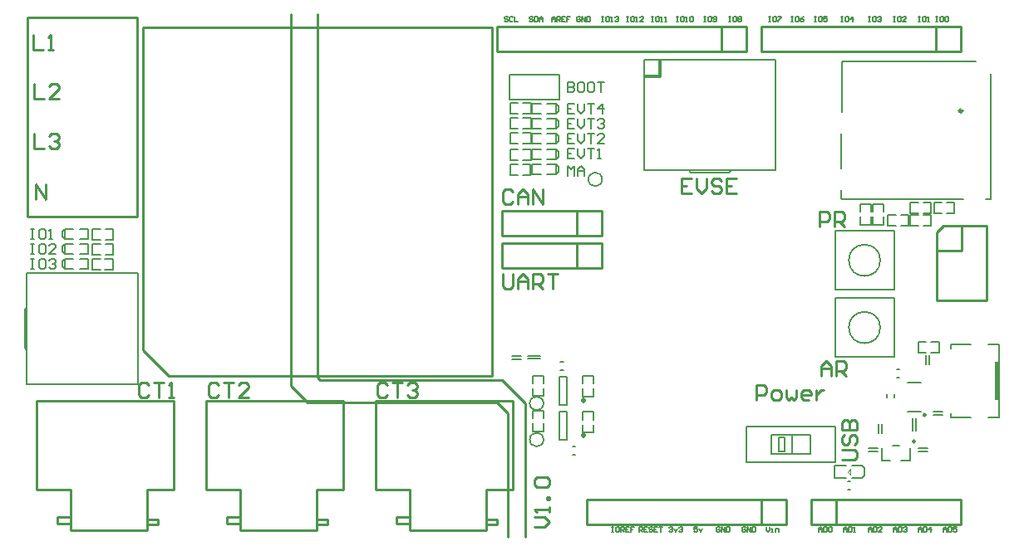
<source format=gto>
G04 Layer_Color=65535*
%FSLAX25Y25*%
%MOIN*%
G70*
G01*
G75*
%ADD34C,0.01200*%
%ADD38C,0.01000*%
%ADD57C,0.00591*%
%ADD58C,0.00600*%
%ADD59C,0.00984*%
%ADD60C,0.01260*%
%ADD61C,0.00500*%
%ADD62C,0.00598*%
%ADD63C,0.00787*%
%ADD64C,0.00197*%
%ADD65C,0.01969*%
%ADD66C,0.00700*%
%ADD67R,0.01969X0.15748*%
D34*
X248621Y184880D02*
X254380D01*
Y191000D01*
D38*
X44941Y128500D02*
Y208500D01*
X847Y128500D02*
X44941D01*
X847D02*
Y208500D01*
X44941D01*
X117000Y64500D02*
Y204500D01*
X106500Y64500D02*
Y204500D01*
X47000D02*
X187000D01*
Y64500D02*
Y204500D01*
X47000Y75000D02*
Y204500D01*
Y75000D02*
X57500Y64500D01*
X187000D01*
X365551Y94803D02*
X385551D01*
Y124803D01*
X365551Y114803D02*
X375551D01*
Y124803D01*
X365551Y94803D02*
Y122303D01*
X368051Y124803D01*
X385551D01*
X200500Y0D02*
Y53500D01*
X191000Y63000D02*
X200500Y53500D01*
X193500Y0D02*
Y49500D01*
X118000Y63000D02*
X191000D01*
X117000Y64000D02*
X118000Y63000D01*
X117000Y64000D02*
Y210000D01*
X189000Y54000D02*
X193500Y49500D01*
X113000Y54000D02*
X189000D01*
X106500Y60500D02*
X113000Y54000D01*
X106500Y60500D02*
Y210000D01*
X315000Y10000D02*
Y15000D01*
X325000D01*
Y5000D02*
X375000D01*
Y15000D01*
X325000D02*
X375000D01*
X325000Y5000D02*
Y15000D01*
X315000Y5000D02*
X325000D01*
X315000D02*
Y10000D01*
X289000Y195000D02*
Y205000D01*
X279000Y195000D02*
X289000D01*
X279000D02*
Y205000D01*
X189000D02*
X279000D01*
X189000Y195000D02*
Y205000D01*
Y195000D02*
X279000D01*
Y205000D02*
X289000D01*
X375000Y195000D02*
Y205000D01*
X295000Y195000D02*
X375000D01*
X295000D02*
Y205000D01*
X375000D01*
X365000Y195000D02*
Y205000D01*
X305000Y5000D02*
Y15000D01*
X225000Y5000D02*
X305000D01*
X225000D02*
Y15000D01*
X305000D01*
X295000Y5000D02*
Y15000D01*
X221000Y108000D02*
Y118000D01*
X231000Y108000D02*
Y118000D01*
X191000Y108000D02*
X231000D01*
X191000D02*
Y118000D01*
X231000D01*
X191000Y131000D02*
X231000D01*
X191000Y121000D02*
Y131000D01*
Y121000D02*
X231000D01*
Y131000D01*
X221000Y121000D02*
Y131000D01*
X117028Y4772D02*
X121161D01*
Y7035D01*
X117028D02*
X121161D01*
X117028D02*
Y7331D01*
X80807Y7921D02*
X86122D01*
X80807Y5362D02*
Y7921D01*
Y5362D02*
X86122D01*
Y2508D02*
X116929D01*
Y19043D01*
X72441Y54673D02*
X127461D01*
Y19043D02*
Y54673D01*
X116929Y19043D02*
X127461D01*
X86122Y2508D02*
Y19043D01*
X72441D02*
X86122D01*
X72441D02*
Y54673D01*
X140441Y19043D02*
Y54673D01*
Y19043D02*
X154122D01*
Y2508D02*
Y19043D01*
X184929D02*
X195461D01*
Y54673D01*
X140441D02*
X195461D01*
X184929Y2508D02*
Y19043D01*
X154122Y2508D02*
X184929D01*
X148807Y5362D02*
X154122D01*
X148807D02*
Y7921D01*
X154122D01*
X185028Y7035D02*
Y7331D01*
Y7035D02*
X189161D01*
Y4772D02*
Y7035D01*
X185028Y4772D02*
X189161D01*
X49028D02*
X53161D01*
Y7035D01*
X49028D02*
X53161D01*
X49028D02*
Y7331D01*
X12807Y7921D02*
X18122D01*
X12807Y5362D02*
Y7921D01*
Y5362D02*
X18122D01*
Y2508D02*
X48929D01*
Y19043D01*
X4441Y54673D02*
X59461D01*
Y19043D02*
Y54673D01*
X48929Y19043D02*
X59461D01*
X18122Y2508D02*
Y19043D01*
X4441D02*
X18122D01*
X4441D02*
Y54673D01*
X327502Y31000D02*
X332500D01*
X333500Y32000D01*
Y33999D01*
X332500Y34999D01*
X327502D01*
X328502Y40997D02*
X327502Y39997D01*
Y37998D01*
X328502Y36998D01*
X329501D01*
X330501Y37998D01*
Y39997D01*
X331501Y40997D01*
X332500D01*
X333500Y39997D01*
Y37998D01*
X332500Y36998D01*
X327502Y42996D02*
X333500D01*
Y45995D01*
X332500Y46995D01*
X331501D01*
X330501Y45995D01*
Y42996D01*
Y45995D01*
X329501Y46995D01*
X328502D01*
X327502Y45995D01*
Y42996D01*
X293000Y55000D02*
Y60998D01*
X295999D01*
X296999Y59998D01*
Y57999D01*
X295999Y56999D01*
X293000D01*
X299998Y55000D02*
X301997D01*
X302997Y56000D01*
Y57999D01*
X301997Y58999D01*
X299998D01*
X298998Y57999D01*
Y56000D01*
X299998Y55000D01*
X304996Y58999D02*
Y56000D01*
X305996Y55000D01*
X306996Y56000D01*
X307995Y55000D01*
X308995Y56000D01*
Y58999D01*
X313993Y55000D02*
X311994D01*
X310994Y56000D01*
Y57999D01*
X311994Y58999D01*
X313993D01*
X314993Y57999D01*
Y56999D01*
X310994D01*
X316992Y58999D02*
Y55000D01*
Y56999D01*
X317992Y57999D01*
X318992Y58999D01*
X319991D01*
X195499Y138498D02*
X194499Y139498D01*
X192500D01*
X191500Y138498D01*
Y134500D01*
X192500Y133500D01*
X194499D01*
X195499Y134500D01*
X197498Y133500D02*
Y137499D01*
X199497Y139498D01*
X201497Y137499D01*
Y133500D01*
Y136499D01*
X197498D01*
X203496Y133500D02*
Y139498D01*
X207495Y133500D01*
Y139498D01*
X191500Y105498D02*
Y100500D01*
X192500Y99500D01*
X194499D01*
X195499Y100500D01*
Y105498D01*
X197498Y99500D02*
Y103499D01*
X199497Y105498D01*
X201497Y103499D01*
Y99500D01*
Y102499D01*
X197498D01*
X203496Y99500D02*
Y105498D01*
X206495D01*
X207495Y104498D01*
Y102499D01*
X206495Y101499D01*
X203496D01*
X205496D02*
X207495Y99500D01*
X209494Y105498D02*
X213493D01*
X211493D01*
Y99500D01*
X266999Y143998D02*
X263000D01*
Y138000D01*
X266999D01*
X263000Y140999D02*
X264999D01*
X268998Y143998D02*
Y139999D01*
X270997Y138000D01*
X272997Y139999D01*
Y143998D01*
X278995Y142998D02*
X277995Y143998D01*
X275996D01*
X274996Y142998D01*
Y141999D01*
X275996Y140999D01*
X277995D01*
X278995Y139999D01*
Y139000D01*
X277995Y138000D01*
X275996D01*
X274996Y139000D01*
X284993Y143998D02*
X280994D01*
Y138000D01*
X284993D01*
X280994Y140999D02*
X282994D01*
X318500Y124500D02*
Y130498D01*
X321499D01*
X322499Y129498D01*
Y127499D01*
X321499Y126499D01*
X318500D01*
X324498Y124500D02*
Y130498D01*
X327497D01*
X328497Y129498D01*
Y127499D01*
X327497Y126499D01*
X324498D01*
X326497D02*
X328497Y124500D01*
X319000Y64500D02*
Y68499D01*
X320999Y70498D01*
X322999Y68499D01*
Y64500D01*
Y67499D01*
X319000D01*
X324998Y64500D02*
Y70498D01*
X327997D01*
X328997Y69498D01*
Y67499D01*
X327997Y66499D01*
X324998D01*
X326997D02*
X328997Y64500D01*
X49499Y60998D02*
X48499Y61998D01*
X46500D01*
X45500Y60998D01*
Y57000D01*
X46500Y56000D01*
X48499D01*
X49499Y57000D01*
X51498Y61998D02*
X55497D01*
X53497D01*
Y56000D01*
X57496D02*
X59496D01*
X58496D01*
Y61998D01*
X57496Y60998D01*
X77499D02*
X76499Y61998D01*
X74500D01*
X73500Y60998D01*
Y57000D01*
X74500Y56000D01*
X76499D01*
X77499Y57000D01*
X79498Y61998D02*
X83497D01*
X81497D01*
Y56000D01*
X89495D02*
X85496D01*
X89495Y59999D01*
Y60998D01*
X88495Y61998D01*
X86496D01*
X85496Y60998D01*
X144999D02*
X143999Y61998D01*
X142000D01*
X141000Y60998D01*
Y57000D01*
X142000Y56000D01*
X143999D01*
X144999Y57000D01*
X146998Y61998D02*
X150997D01*
X148997D01*
Y56000D01*
X152996Y60998D02*
X153996Y61998D01*
X155995D01*
X156995Y60998D01*
Y59999D01*
X155995Y58999D01*
X154996D01*
X155995D01*
X156995Y57999D01*
Y57000D01*
X155995Y56000D01*
X153996D01*
X152996Y57000D01*
X3000Y201498D02*
Y195500D01*
X6999D01*
X8998D02*
X10997D01*
X9998D01*
Y201498D01*
X8998Y200498D01*
X3500Y181998D02*
Y176000D01*
X7499D01*
X13497D02*
X9498D01*
X13497Y179999D01*
Y180998D01*
X12497Y181998D01*
X10498D01*
X9498Y180998D01*
X3500Y161998D02*
Y156000D01*
X7499D01*
X9498Y160998D02*
X10498Y161998D01*
X12497D01*
X13497Y160998D01*
Y159999D01*
X12497Y158999D01*
X11497D01*
X12497D01*
X13497Y157999D01*
Y157000D01*
X12497Y156000D01*
X10498D01*
X9498Y157000D01*
X4000Y135500D02*
Y141498D01*
X7999Y135500D01*
Y141498D01*
X204002Y4000D02*
X208001D01*
X210000Y5999D01*
X208001Y7999D01*
X204002D01*
X210000Y9998D02*
Y11997D01*
Y10998D01*
X204002D01*
X205002Y9998D01*
X210000Y14996D02*
X209000D01*
Y15996D01*
X210000D01*
Y14996D01*
X205002Y19995D02*
X204002Y20994D01*
Y22994D01*
X205002Y23993D01*
X209000D01*
X210000Y22994D01*
Y20994D01*
X209000Y19995D01*
X205002D01*
D57*
X231256Y143500D02*
G03*
X231256Y143500I-2756J0D01*
G01*
X207756Y39000D02*
G03*
X207756Y39000I-2756J0D01*
G01*
Y53500D02*
G03*
X207756Y53500I-2756J0D01*
G01*
X347622Y36693D02*
X350378D01*
X343291Y30394D02*
Y35512D01*
X354709Y30394D02*
Y35512D01*
X343291Y30394D02*
X346835D01*
X351165D02*
X354709D01*
D58*
X342802Y84000D02*
G03*
X342802Y84000I-6302J0D01*
G01*
Y111000D02*
G03*
X342802Y111000I-6302J0D01*
G01*
X324689Y72189D02*
Y95811D01*
X348311D01*
Y72189D02*
Y95811D01*
X324689Y72189D02*
X348311D01*
X348311Y99189D02*
Y122811D01*
X324689Y99189D02*
X348311D01*
X324689D02*
Y122811D01*
X348311D01*
X390406Y47736D02*
Y77264D01*
X371016Y75394D02*
Y77264D01*
Y47736D02*
Y49606D01*
X289283Y29913D02*
X324716D01*
X289283D02*
Y44087D01*
X324716D01*
Y29913D02*
Y44087D01*
X299126Y33063D02*
X314874D01*
X299126D02*
Y40937D01*
X314874D01*
Y33063D02*
Y40937D01*
X307315Y33063D02*
Y40937D01*
X302039Y34244D02*
Y39756D01*
X304402Y34244D02*
Y39756D01*
X302118Y34244D02*
X304402D01*
X302039Y39756D02*
X304402D01*
D59*
X356677Y38268D02*
G03*
X356677Y38268I-394J0D01*
G01*
X361028Y48913D02*
G03*
X361028Y48913I-492J0D01*
G01*
D60*
X375685Y170968D02*
G03*
X375685Y170968I-591J0D01*
G01*
D61*
X606Y61059D02*
Y105941D01*
Y61059D02*
X45094D01*
X606Y105941D02*
X45094D01*
Y61059D02*
Y105941D01*
X-181Y91177D02*
X606Y91965D01*
X-181Y75823D02*
X606Y75035D01*
X-181Y75823D02*
Y75823D01*
Y91177D01*
X219400Y36100D02*
X220600D01*
X219400Y32900D02*
X220600D01*
X214553Y70100D02*
X215754D01*
X214553Y66900D02*
X215754D01*
X201480Y72589D02*
X206607D01*
X201480Y71411D02*
X206607D01*
X342146Y41625D02*
Y45375D01*
X343547Y41625D02*
Y45375D01*
X338125Y34146D02*
X341875D01*
X338125Y35546D02*
X341875D01*
X358125Y34146D02*
X361875D01*
X358125Y35546D02*
X361875D01*
X362421Y69102D02*
Y72851D01*
X361020Y69102D02*
Y72851D01*
X366354Y73811D02*
Y78142D01*
X363205Y73811D02*
X366354D01*
X358087D02*
X361236D01*
X358087D02*
Y78142D01*
X361236D01*
X363205D02*
X366354D01*
X345400Y56054D02*
Y57253D01*
X348600Y56054D02*
Y57253D01*
X349400Y63900D02*
X350600D01*
X349400Y67100D02*
X350600D01*
X195125Y72700D02*
X198875D01*
X195125Y71300D02*
X198875D01*
X329747Y22100D02*
X330946D01*
X329747Y18900D02*
X330946D01*
X364125Y48954D02*
X367875D01*
X364125Y50354D02*
X367875D01*
X357089Y42436D02*
Y47564D01*
X355911Y42436D02*
Y47564D01*
X327260Y135731D02*
Y139374D01*
Y147937D02*
Y161815D01*
X327359Y170476D02*
Y190752D01*
X385232Y135633D02*
X387240D01*
X327456Y135535D02*
X376276D01*
X327359Y190752D02*
X381000D01*
X387240Y135633D02*
Y185732D01*
X194366Y169835D02*
Y174165D01*
X197516D01*
X199484D02*
X202634D01*
Y169835D02*
Y174165D01*
X199484Y169835D02*
X202634D01*
X194366D02*
X197516D01*
X14750Y110500D02*
X15750Y111500D01*
X19250D01*
X14750Y108500D02*
X15750Y107500D01*
X19250D01*
X15750D02*
Y111500D01*
X14750Y108500D02*
Y110500D01*
X25250Y107500D02*
Y111500D01*
X21750D02*
X25250D01*
X21750Y107500D02*
X25250D01*
X35102Y107335D02*
Y111665D01*
X31953Y107335D02*
X35102D01*
X26835D02*
X29984D01*
X26835D02*
Y111665D01*
X29984D01*
X31953D02*
X35102D01*
X14750Y116500D02*
X15750Y117500D01*
X19250D01*
X14750Y114500D02*
X15750Y113500D01*
X19250D01*
X15750D02*
Y117500D01*
X14750Y114500D02*
Y116500D01*
X25250Y113500D02*
Y117500D01*
X21750D02*
X25250D01*
X21750Y113500D02*
X25250D01*
X14750Y122500D02*
X15750Y123500D01*
X19250D01*
X14750Y120500D02*
X15750Y119500D01*
X19250D01*
X15750D02*
Y123500D01*
X14750Y120500D02*
Y122500D01*
X25250Y119500D02*
Y123500D01*
X21750D02*
X25250D01*
X21750Y119500D02*
X25250D01*
X35134Y113335D02*
Y117665D01*
X31984Y113335D02*
X35134D01*
X26866D02*
X30016D01*
X26866D02*
Y117665D01*
X30016D01*
X31984D02*
X35134D01*
Y119335D02*
Y123665D01*
X31984Y119335D02*
X35134D01*
X26866D02*
X30016D01*
X26866D02*
Y123665D01*
X30016D01*
X31984D02*
X35134D01*
X212750Y164000D02*
X213750Y165000D01*
X209250Y164000D02*
X212750D01*
Y168000D02*
X213750Y167000D01*
X209250Y168000D02*
X212750D01*
Y164000D02*
Y168000D01*
X213750Y165000D02*
Y167000D01*
X203250Y164000D02*
Y168000D01*
Y164000D02*
X206750D01*
X203250Y168000D02*
X206750D01*
X194366Y163835D02*
Y168165D01*
X197516D01*
X199484D02*
X202634D01*
Y163835D02*
Y168165D01*
X199484Y163835D02*
X202634D01*
X194366D02*
X197516D01*
X212750Y158000D02*
X213750Y159000D01*
X209250Y158000D02*
X212750D01*
Y162000D02*
X213750Y161000D01*
X209250Y162000D02*
X212750D01*
Y158000D02*
Y162000D01*
X213750Y159000D02*
Y161000D01*
X203250Y158000D02*
Y162000D01*
Y158000D02*
X206750D01*
X203250Y162000D02*
X206750D01*
X194366Y157835D02*
Y162165D01*
X197516D01*
X199484D02*
X202634D01*
Y157835D02*
Y162165D01*
X199484Y157835D02*
X202634D01*
X194366D02*
X197516D01*
X212750Y170000D02*
X213750Y171000D01*
X209250Y170000D02*
X212750D01*
Y174000D02*
X213750Y173000D01*
X209250Y174000D02*
X212750D01*
Y170000D02*
Y174000D01*
X213750Y171000D02*
Y173000D01*
X203250Y170000D02*
Y174000D01*
Y170000D02*
X206750D01*
X203250Y174000D02*
X206750D01*
X212750Y151500D02*
X213750Y152500D01*
X209250Y151500D02*
X212750D01*
Y155500D02*
X213750Y154500D01*
X209250Y155500D02*
X212750D01*
Y151500D02*
Y155500D01*
X213750Y152500D02*
Y154500D01*
X203250Y151500D02*
Y155500D01*
Y151500D02*
X206750D01*
X203250Y155500D02*
X206750D01*
X194366Y151335D02*
Y155665D01*
X197516D01*
X199484D02*
X202634D01*
Y151335D02*
Y155665D01*
X199484Y151335D02*
X202634D01*
X194366D02*
X197516D01*
X202602Y145335D02*
Y149665D01*
X199453Y145335D02*
X202602D01*
X194335D02*
X197484D01*
X194335D02*
Y149665D01*
X197484D01*
X199453D02*
X202602D01*
X212750Y145500D02*
X213750Y146500D01*
X209250Y145500D02*
X212750D01*
Y149500D02*
X213750Y148500D01*
X209250Y149500D02*
X212750D01*
Y145500D02*
Y149500D01*
X213750Y146500D02*
Y148500D01*
X203250Y145500D02*
Y149500D01*
Y145500D02*
X206750D01*
X203250Y149500D02*
X206750D01*
X324394Y23500D02*
Y28500D01*
X324500D02*
X329000D01*
X324500Y23500D02*
X329000D01*
X335606D02*
X336606Y24500D01*
X335606Y28500D02*
X336606Y27500D01*
Y24500D02*
Y27500D01*
X331606Y28500D02*
X335606D01*
X331606Y23500D02*
X335606D01*
X217000Y38791D02*
Y50209D01*
X214000D02*
X217000D01*
X214000Y38791D02*
Y50209D01*
Y38791D02*
X217000D01*
X227665Y41898D02*
Y45047D01*
Y47016D02*
Y50165D01*
X223335D02*
X227665D01*
X223335Y47016D02*
Y50165D01*
Y41898D02*
Y45047D01*
Y41898D02*
X227665D01*
X217000Y52791D02*
Y64209D01*
X214000D02*
X217000D01*
X214000Y52791D02*
Y64209D01*
Y52791D02*
X217000D01*
X227665Y56366D02*
Y59516D01*
Y61484D02*
Y64634D01*
X223335D02*
X227665D01*
X223335Y61484D02*
Y64634D01*
Y56366D02*
Y59516D01*
Y56366D02*
X227665D01*
X203335Y61516D02*
Y64665D01*
Y56398D02*
Y59547D01*
Y56398D02*
X207665D01*
Y59547D01*
Y61516D02*
Y64665D01*
X203335D02*
X207665D01*
X203335Y47484D02*
Y50634D01*
Y42366D02*
Y45516D01*
Y42366D02*
X207665D01*
Y45516D01*
Y47484D02*
Y50634D01*
X203335D02*
X207665D01*
X354866Y129835D02*
X358016D01*
X359984D02*
X363134D01*
Y134165D01*
X359984D02*
X363134D01*
X354866D02*
X358016D01*
X354866Y129835D02*
Y134165D01*
X345866Y124835D02*
X349016D01*
X350984D02*
X354134D01*
Y129165D01*
X350984D02*
X354134D01*
X345866D02*
X349016D01*
X345866Y124835D02*
Y129165D01*
X369453Y134165D02*
X372602D01*
X364335D02*
X367484D01*
X364335Y129835D02*
Y134165D01*
Y129835D02*
X367484D01*
X369453D02*
X372602D01*
Y134165D01*
X339835Y130484D02*
Y133634D01*
Y125366D02*
Y128516D01*
Y125366D02*
X344165D01*
Y128516D01*
Y130484D02*
Y133634D01*
X339835D02*
X344165D01*
X360016Y129165D02*
X363165D01*
X354898D02*
X358047D01*
X354898Y124835D02*
Y129165D01*
Y124835D02*
X358047D01*
X360016D02*
X363165D01*
Y129165D01*
X334835Y130453D02*
Y133602D01*
Y125335D02*
Y128484D01*
Y125335D02*
X339165D01*
Y128484D01*
Y130453D02*
Y133602D01*
X334835D02*
X339165D01*
X248122Y147106D02*
X300878D01*
Y191595D01*
X248122Y147106D02*
Y191595D01*
X300878D01*
X266035Y147106D02*
X266823Y146319D01*
X282177D02*
X282965Y147106D01*
X282177Y146319D02*
X282177D01*
X266823D02*
X282177D01*
X193333Y208666D02*
X193000Y208999D01*
X192333D01*
X192000Y208666D01*
Y208333D01*
X192333Y208000D01*
X193000D01*
X193333Y207666D01*
Y207333D01*
X193000Y207000D01*
X192333D01*
X192000Y207333D01*
X195332Y208666D02*
X194999Y208999D01*
X194333D01*
X193999Y208666D01*
Y207333D01*
X194333Y207000D01*
X194999D01*
X195332Y207333D01*
X195999Y208999D02*
Y207000D01*
X197332D01*
X203333Y208666D02*
X203000Y208999D01*
X202333D01*
X202000Y208666D01*
Y208333D01*
X202333Y208000D01*
X203000D01*
X203333Y207666D01*
Y207333D01*
X203000Y207000D01*
X202333D01*
X202000Y207333D01*
X203999Y208999D02*
Y207000D01*
X204999D01*
X205332Y207333D01*
Y208666D01*
X204999Y208999D01*
X203999D01*
X205999Y207000D02*
Y208333D01*
X206665Y208999D01*
X207332Y208333D01*
Y207000D01*
Y208000D01*
X205999D01*
X235000Y3999D02*
X235666D01*
X235333D01*
Y2000D01*
X235000D01*
X235666D01*
X237666Y3999D02*
X236999D01*
X236666Y3666D01*
Y2333D01*
X236999Y2000D01*
X237666D01*
X237999Y2333D01*
Y3666D01*
X237666Y3999D01*
X238666Y2000D02*
Y3999D01*
X239665D01*
X239998Y3666D01*
Y3000D01*
X239665Y2667D01*
X238666D01*
X239332D02*
X239998Y2000D01*
X241998Y3999D02*
X240665D01*
Y2000D01*
X241998D01*
X240665Y3000D02*
X241331D01*
X243997Y3999D02*
X242664D01*
Y3000D01*
X243331D01*
X242664D01*
Y2000D01*
X246000D02*
Y3999D01*
X247000D01*
X247333Y3666D01*
Y3000D01*
X247000Y2667D01*
X246000D01*
X246666D02*
X247333Y2000D01*
X249332Y3999D02*
X247999D01*
Y2000D01*
X249332D01*
X247999Y3000D02*
X248666D01*
X251332Y3666D02*
X250998Y3999D01*
X250332D01*
X249999Y3666D01*
Y3333D01*
X250332Y3000D01*
X250998D01*
X251332Y2667D01*
Y2333D01*
X250998Y2000D01*
X250332D01*
X249999Y2333D01*
X253331Y3999D02*
X251998D01*
Y2000D01*
X253331D01*
X251998Y3000D02*
X252664D01*
X253997Y3999D02*
X255330D01*
X254664D01*
Y2000D01*
X258000Y3666D02*
X258333Y3999D01*
X259000D01*
X259333Y3666D01*
Y3333D01*
X259000Y3000D01*
X258666D01*
X259000D01*
X259333Y2667D01*
Y2333D01*
X259000Y2000D01*
X258333D01*
X258000Y2333D01*
X259999Y3333D02*
X260666Y2000D01*
X261332Y3333D01*
X261999Y3666D02*
X262332Y3999D01*
X262998D01*
X263332Y3666D01*
Y3333D01*
X262998Y3000D01*
X262665D01*
X262998D01*
X263332Y2667D01*
Y2333D01*
X262998Y2000D01*
X262332D01*
X261999Y2333D01*
X269333Y3999D02*
X268000D01*
Y3000D01*
X268666Y3333D01*
X269000D01*
X269333Y3000D01*
Y2333D01*
X269000Y2000D01*
X268333D01*
X268000Y2333D01*
X269999Y3333D02*
X270666Y2000D01*
X271332Y3333D01*
X278333Y3666D02*
X278000Y3999D01*
X277333D01*
X277000Y3666D01*
Y2333D01*
X277333Y2000D01*
X278000D01*
X278333Y2333D01*
Y3000D01*
X277666D01*
X278999Y2000D02*
Y3999D01*
X280332Y2000D01*
Y3999D01*
X280999D02*
Y2000D01*
X281998D01*
X282332Y2333D01*
Y3666D01*
X281998Y3999D01*
X280999D01*
X288833Y3666D02*
X288500Y3999D01*
X287833D01*
X287500Y3666D01*
Y2333D01*
X287833Y2000D01*
X288500D01*
X288833Y2333D01*
Y3000D01*
X288166D01*
X289499Y2000D02*
Y3999D01*
X290832Y2000D01*
Y3999D01*
X291499D02*
Y2000D01*
X292498D01*
X292832Y2333D01*
Y3666D01*
X292498Y3999D01*
X291499D01*
X297000D02*
Y2667D01*
X297666Y2000D01*
X298333Y2667D01*
Y3999D01*
X298999Y2000D02*
X299666D01*
X299333D01*
Y3333D01*
X298999D01*
X300665Y2000D02*
Y3333D01*
X301665D01*
X301998Y3000D01*
Y2000D01*
X318000D02*
Y3333D01*
X318666Y3999D01*
X319333Y3333D01*
Y2000D01*
Y3000D01*
X318000D01*
X319999Y3999D02*
Y2000D01*
X320999D01*
X321332Y2333D01*
Y3666D01*
X320999Y3999D01*
X319999D01*
X321999Y3666D02*
X322332Y3999D01*
X322998D01*
X323332Y3666D01*
Y2333D01*
X322998Y2000D01*
X322332D01*
X321999Y2333D01*
Y3666D01*
X328000Y2000D02*
Y3333D01*
X328666Y3999D01*
X329333Y3333D01*
Y2000D01*
Y3000D01*
X328000D01*
X329999Y3999D02*
Y2000D01*
X330999D01*
X331332Y2333D01*
Y3666D01*
X330999Y3999D01*
X329999D01*
X331999Y2000D02*
X332665D01*
X332332D01*
Y3999D01*
X331999Y3666D01*
X338000Y2000D02*
Y3333D01*
X338666Y3999D01*
X339333Y3333D01*
Y2000D01*
Y3000D01*
X338000D01*
X339999Y3999D02*
Y2000D01*
X340999D01*
X341332Y2333D01*
Y3666D01*
X340999Y3999D01*
X339999D01*
X343332Y2000D02*
X341999D01*
X343332Y3333D01*
Y3666D01*
X342998Y3999D01*
X342332D01*
X341999Y3666D01*
X348000Y2000D02*
Y3333D01*
X348666Y3999D01*
X349333Y3333D01*
Y2000D01*
Y3000D01*
X348000D01*
X349999Y3999D02*
Y2000D01*
X350999D01*
X351332Y2333D01*
Y3666D01*
X350999Y3999D01*
X349999D01*
X351999Y3666D02*
X352332Y3999D01*
X352998D01*
X353332Y3666D01*
Y3333D01*
X352998Y3000D01*
X352665D01*
X352998D01*
X353332Y2667D01*
Y2333D01*
X352998Y2000D01*
X352332D01*
X351999Y2333D01*
X358000Y2000D02*
Y3333D01*
X358666Y3999D01*
X359333Y3333D01*
Y2000D01*
Y3000D01*
X358000D01*
X359999Y3999D02*
Y2000D01*
X360999D01*
X361332Y2333D01*
Y3666D01*
X360999Y3999D01*
X359999D01*
X362998Y2000D02*
Y3999D01*
X361999Y3000D01*
X363332D01*
X368000Y2000D02*
Y3333D01*
X368666Y3999D01*
X369333Y3333D01*
Y2000D01*
Y3000D01*
X368000D01*
X369999Y3999D02*
Y2000D01*
X370999D01*
X371332Y2333D01*
Y3666D01*
X370999Y3999D01*
X369999D01*
X373332D02*
X371999D01*
Y3000D01*
X372665Y3333D01*
X372998D01*
X373332Y3000D01*
Y2333D01*
X372998Y2000D01*
X372332D01*
X371999Y2333D01*
X365000Y208999D02*
X365666D01*
X365333D01*
Y207000D01*
X365000D01*
X365666D01*
X367666Y208999D02*
X366999D01*
X366666Y208666D01*
Y207333D01*
X366999Y207000D01*
X367666D01*
X367999Y207333D01*
Y208666D01*
X367666Y208999D01*
X368666Y208666D02*
X368999Y208999D01*
X369665D01*
X369998Y208666D01*
Y207333D01*
X369665Y207000D01*
X368999D01*
X368666Y207333D01*
Y208666D01*
X358000Y208999D02*
X358666D01*
X358333D01*
Y207000D01*
X358000D01*
X358666D01*
X360666Y208999D02*
X359999D01*
X359666Y208666D01*
Y207333D01*
X359999Y207000D01*
X360666D01*
X360999Y207333D01*
Y208666D01*
X360666Y208999D01*
X361666Y207000D02*
X362332D01*
X361999D01*
Y208999D01*
X361666Y208666D01*
X348000Y208999D02*
X348666D01*
X348333D01*
Y207000D01*
X348000D01*
X348666D01*
X350666Y208999D02*
X349999D01*
X349666Y208666D01*
Y207333D01*
X349999Y207000D01*
X350666D01*
X350999Y207333D01*
Y208666D01*
X350666Y208999D01*
X352998Y207000D02*
X351665D01*
X352998Y208333D01*
Y208666D01*
X352665Y208999D01*
X351999D01*
X351665Y208666D01*
X338000Y208999D02*
X338666D01*
X338333D01*
Y207000D01*
X338000D01*
X338666D01*
X340666Y208999D02*
X339999D01*
X339666Y208666D01*
Y207333D01*
X339999Y207000D01*
X340666D01*
X340999Y207333D01*
Y208666D01*
X340666Y208999D01*
X341666Y208666D02*
X341999Y208999D01*
X342665D01*
X342998Y208666D01*
Y208333D01*
X342665Y208000D01*
X342332D01*
X342665D01*
X342998Y207666D01*
Y207333D01*
X342665Y207000D01*
X341999D01*
X341666Y207333D01*
X327000Y208999D02*
X327666D01*
X327333D01*
Y207000D01*
X327000D01*
X327666D01*
X329666Y208999D02*
X328999D01*
X328666Y208666D01*
Y207333D01*
X328999Y207000D01*
X329666D01*
X329999Y207333D01*
Y208666D01*
X329666Y208999D01*
X331665Y207000D02*
Y208999D01*
X330665Y208000D01*
X331998D01*
X316500Y208999D02*
X317166D01*
X316833D01*
Y207000D01*
X316500D01*
X317166D01*
X319166Y208999D02*
X318499D01*
X318166Y208666D01*
Y207333D01*
X318499Y207000D01*
X319166D01*
X319499Y207333D01*
Y208666D01*
X319166Y208999D01*
X321498D02*
X320165D01*
Y208000D01*
X320832Y208333D01*
X321165D01*
X321498Y208000D01*
Y207333D01*
X321165Y207000D01*
X320499D01*
X320165Y207333D01*
X307000Y208999D02*
X307666D01*
X307333D01*
Y207000D01*
X307000D01*
X307666D01*
X309666Y208999D02*
X308999D01*
X308666Y208666D01*
Y207333D01*
X308999Y207000D01*
X309666D01*
X309999Y207333D01*
Y208666D01*
X309666Y208999D01*
X311998D02*
X311332Y208666D01*
X310665Y208000D01*
Y207333D01*
X310999Y207000D01*
X311665D01*
X311998Y207333D01*
Y207666D01*
X311665Y208000D01*
X310665D01*
X298000Y208999D02*
X298666D01*
X298333D01*
Y207000D01*
X298000D01*
X298666D01*
X300666Y208999D02*
X299999D01*
X299666Y208666D01*
Y207333D01*
X299999Y207000D01*
X300666D01*
X300999Y207333D01*
Y208666D01*
X300666Y208999D01*
X301665D02*
X302998D01*
Y208666D01*
X301665Y207333D01*
Y207000D01*
X282000Y208999D02*
X282666D01*
X282333D01*
Y207000D01*
X282000D01*
X282666D01*
X284666Y208999D02*
X283999D01*
X283666Y208666D01*
Y207333D01*
X283999Y207000D01*
X284666D01*
X284999Y207333D01*
Y208666D01*
X284666Y208999D01*
X285665Y208666D02*
X285999Y208999D01*
X286665D01*
X286998Y208666D01*
Y208333D01*
X286665Y208000D01*
X286998Y207666D01*
Y207333D01*
X286665Y207000D01*
X285999D01*
X285665Y207333D01*
Y207666D01*
X285999Y208000D01*
X285665Y208333D01*
Y208666D01*
X285999Y208000D02*
X286665D01*
X272000Y208999D02*
X272666D01*
X272333D01*
Y207000D01*
X272000D01*
X272666D01*
X274666Y208999D02*
X273999D01*
X273666Y208666D01*
Y207333D01*
X273999Y207000D01*
X274666D01*
X274999Y207333D01*
Y208666D01*
X274666Y208999D01*
X275665Y207333D02*
X275999Y207000D01*
X276665D01*
X276998Y207333D01*
Y208666D01*
X276665Y208999D01*
X275999D01*
X275665Y208666D01*
Y208333D01*
X275999Y208000D01*
X276998D01*
X261000Y208999D02*
X261666D01*
X261333D01*
Y207000D01*
X261000D01*
X261666D01*
X263666Y208999D02*
X262999D01*
X262666Y208666D01*
Y207333D01*
X262999Y207000D01*
X263666D01*
X263999Y207333D01*
Y208666D01*
X263666Y208999D01*
X264666Y207000D02*
X265332D01*
X264999D01*
Y208999D01*
X264666Y208666D01*
X266332D02*
X266665Y208999D01*
X267331D01*
X267665Y208666D01*
Y207333D01*
X267331Y207000D01*
X266665D01*
X266332Y207333D01*
Y208666D01*
X251000Y208999D02*
X251666D01*
X251333D01*
Y207000D01*
X251000D01*
X251666D01*
X253666Y208999D02*
X252999D01*
X252666Y208666D01*
Y207333D01*
X252999Y207000D01*
X253666D01*
X253999Y207333D01*
Y208666D01*
X253666Y208999D01*
X254665Y207000D02*
X255332D01*
X254999D01*
Y208999D01*
X254665Y208666D01*
X256332Y207000D02*
X256998D01*
X256665D01*
Y208999D01*
X256332Y208666D01*
X241000Y208999D02*
X241666D01*
X241333D01*
Y207000D01*
X241000D01*
X241666D01*
X243666Y208999D02*
X242999D01*
X242666Y208666D01*
Y207333D01*
X242999Y207000D01*
X243666D01*
X243999Y207333D01*
Y208666D01*
X243666Y208999D01*
X244666Y207000D02*
X245332D01*
X244999D01*
Y208999D01*
X244666Y208666D01*
X247664Y207000D02*
X246332D01*
X247664Y208333D01*
Y208666D01*
X247331Y208999D01*
X246665D01*
X246332Y208666D01*
X231000Y208999D02*
X231666D01*
X231333D01*
Y207000D01*
X231000D01*
X231666D01*
X233666Y208999D02*
X232999D01*
X232666Y208666D01*
Y207333D01*
X232999Y207000D01*
X233666D01*
X233999Y207333D01*
Y208666D01*
X233666Y208999D01*
X234665Y207000D02*
X235332D01*
X234999D01*
Y208999D01*
X234665Y208666D01*
X236332D02*
X236665Y208999D01*
X237331D01*
X237665Y208666D01*
Y208333D01*
X237331Y208000D01*
X236998D01*
X237331D01*
X237665Y207666D01*
Y207333D01*
X237331Y207000D01*
X236665D01*
X236332Y207333D01*
X222333Y208666D02*
X222000Y208999D01*
X221333D01*
X221000Y208666D01*
Y207333D01*
X221333Y207000D01*
X222000D01*
X222333Y207333D01*
Y208000D01*
X221666D01*
X222999Y207000D02*
Y208999D01*
X224332Y207000D01*
Y208999D01*
X224999D02*
Y207000D01*
X225998D01*
X226332Y207333D01*
Y208666D01*
X225998Y208999D01*
X224999D01*
X211000Y207000D02*
Y208333D01*
X211666Y208999D01*
X212333Y208333D01*
Y207000D01*
Y208000D01*
X211000D01*
X212999Y207000D02*
Y208999D01*
X213999D01*
X214332Y208666D01*
Y208000D01*
X213999Y207666D01*
X212999D01*
X213666D02*
X214332Y207000D01*
X216332Y208999D02*
X214999D01*
Y207000D01*
X216332D01*
X214999Y208000D02*
X215665D01*
X218331Y208999D02*
X216998D01*
Y208000D01*
X217665D01*
X216998D01*
Y207000D01*
D62*
X386173Y77264D02*
X390406D01*
X386173Y47736D02*
X390406D01*
X371016D02*
X378988D01*
X371016Y77264D02*
X378988D01*
D63*
X353744Y61906D02*
X359256D01*
X353744Y50095D02*
X359256D01*
X194000Y175500D02*
X214000D01*
Y185500D01*
X194000D02*
X214000D01*
X194000Y175500D02*
Y185500D01*
D64*
X330894Y24819D02*
Y27181D01*
X329713Y26000D02*
X330894Y27181D01*
X329713Y26000D02*
X330894Y24819D01*
D65*
X223847Y40722D02*
X223866Y40741D01*
X223847Y40760D01*
X223829Y40741D01*
X223847Y40722D01*
Y54722D02*
X223866Y54741D01*
X223847Y54760D01*
X223829Y54741D01*
X223847Y54722D01*
D66*
X217500Y145000D02*
Y148999D01*
X218833Y147666D01*
X220166Y148999D01*
Y145000D01*
X221499D02*
Y147666D01*
X222832Y148999D01*
X224165Y147666D01*
Y145000D01*
Y146999D01*
X221499D01*
X220166Y155999D02*
X217500D01*
Y152000D01*
X220166D01*
X217500Y153999D02*
X218833D01*
X221499Y155999D02*
Y153333D01*
X222832Y152000D01*
X224165Y153333D01*
Y155999D01*
X225497D02*
X228163D01*
X226830D01*
Y152000D01*
X229496D02*
X230829D01*
X230163D01*
Y155999D01*
X229496Y155332D01*
X220166Y161999D02*
X217500D01*
Y158000D01*
X220166D01*
X217500Y159999D02*
X218833D01*
X221499Y161999D02*
Y159333D01*
X222832Y158000D01*
X224165Y159333D01*
Y161999D01*
X225497D02*
X228163D01*
X226830D01*
Y158000D01*
X232162D02*
X229496D01*
X232162Y160666D01*
Y161332D01*
X231495Y161999D01*
X230163D01*
X229496Y161332D01*
X220166Y167999D02*
X217500D01*
Y164000D01*
X220166D01*
X217500Y165999D02*
X218833D01*
X221499Y167999D02*
Y165333D01*
X222832Y164000D01*
X224165Y165333D01*
Y167999D01*
X225497D02*
X228163D01*
X226830D01*
Y164000D01*
X229496Y167332D02*
X230163Y167999D01*
X231495D01*
X232162Y167332D01*
Y166666D01*
X231495Y165999D01*
X230829D01*
X231495D01*
X232162Y165333D01*
Y164666D01*
X231495Y164000D01*
X230163D01*
X229496Y164666D01*
X220166Y173999D02*
X217500D01*
Y170000D01*
X220166D01*
X217500Y171999D02*
X218833D01*
X221499Y173999D02*
Y171333D01*
X222832Y170000D01*
X224165Y171333D01*
Y173999D01*
X225497D02*
X228163D01*
X226830D01*
Y170000D01*
X231495D02*
Y173999D01*
X229496Y171999D01*
X232162D01*
X217500Y182499D02*
Y178500D01*
X219499D01*
X220166Y179166D01*
Y179833D01*
X219499Y180499D01*
X217500D01*
X219499D01*
X220166Y181166D01*
Y181832D01*
X219499Y182499D01*
X217500D01*
X223498D02*
X222165D01*
X221499Y181832D01*
Y179166D01*
X222165Y178500D01*
X223498D01*
X224165Y179166D01*
Y181832D01*
X223498Y182499D01*
X227497D02*
X226164D01*
X225497Y181832D01*
Y179166D01*
X226164Y178500D01*
X227497D01*
X228163Y179166D01*
Y181832D01*
X227497Y182499D01*
X229496D02*
X232162D01*
X230829D01*
Y178500D01*
X2000Y123499D02*
X3333D01*
X2667D01*
Y119500D01*
X2000D01*
X3333D01*
X7332Y123499D02*
X5999D01*
X5332Y122832D01*
Y120167D01*
X5999Y119500D01*
X7332D01*
X7998Y120167D01*
Y122832D01*
X7332Y123499D01*
X9331Y119500D02*
X10664D01*
X9997D01*
Y123499D01*
X9331Y122832D01*
X2000Y117499D02*
X3333D01*
X2667D01*
Y113500D01*
X2000D01*
X3333D01*
X7332Y117499D02*
X5999D01*
X5332Y116832D01*
Y114166D01*
X5999Y113500D01*
X7332D01*
X7998Y114166D01*
Y116832D01*
X7332Y117499D01*
X11997Y113500D02*
X9331D01*
X11997Y116166D01*
Y116832D01*
X11330Y117499D01*
X9997D01*
X9331Y116832D01*
X2000Y111499D02*
X3333D01*
X2667D01*
Y107500D01*
X2000D01*
X3333D01*
X7332Y111499D02*
X5999D01*
X5332Y110832D01*
Y108167D01*
X5999Y107500D01*
X7332D01*
X7998Y108167D01*
Y110832D01*
X7332Y111499D01*
X9331Y110832D02*
X9997Y111499D01*
X11330D01*
X11997Y110832D01*
Y110166D01*
X11330Y109499D01*
X10664D01*
X11330D01*
X11997Y108833D01*
Y108167D01*
X11330Y107500D01*
X9997D01*
X9331Y108167D01*
D67*
X389717Y62500D02*
D03*
M02*

</source>
